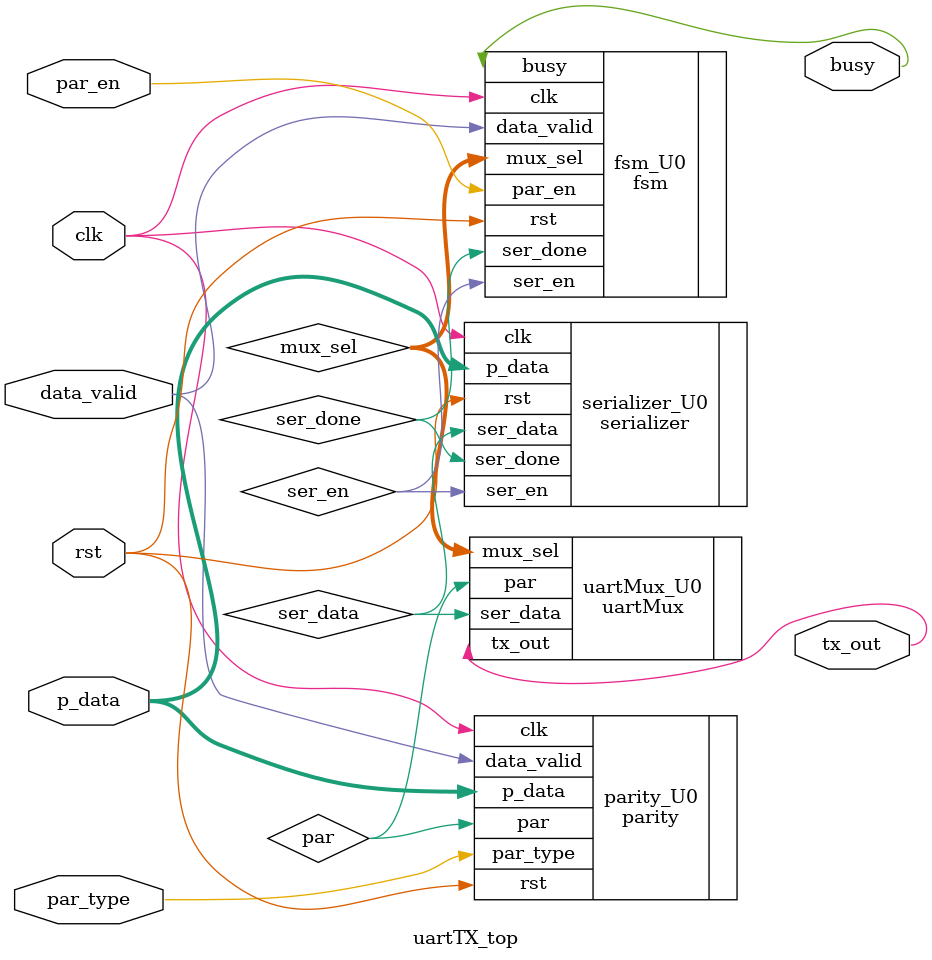
<source format=v>
module uartTX_top#(
parameter dataWidth = 8
)(
input 	wire [dataWidth-1:0]	p_data,
input 	wire			data_valid,
input 	wire			par_en,
input 	wire			par_type,
input	wire			clk,
input	wire			rst,
output 	wire			tx_out,
output	wire			busy
);

wire 		ser_en;
wire 		ser_data;
wire 		ser_done;
wire [2:0] 	mux_sel;
wire		par;

serializer #(
	.dataWidth(dataWidth)
)serializer_U0(
	.p_data(p_data),
	.ser_en(ser_en),
	.clk(clk),
	.rst(rst),
	.ser_data(ser_data),
	.ser_done(ser_done)
);

fsm fsm_U0(
	.data_valid(data_valid),
	.par_en(par_en),
	.ser_done(ser_done),
	.clk(clk),
	.rst(rst),
	.ser_en(ser_en),
	.mux_sel(mux_sel),
	.busy(busy)
);

parity #(
	.dataWidth(dataWidth)
)parity_U0(
	.p_data(p_data),
	.data_valid(data_valid),
	.par_type(par_type),
	.clk(clk),
	.rst(rst),
	.par(par)
);

uartMux #(
	.muxSelWidth($clog2(dataWidth))
)uartMux_U0(
	.mux_sel(mux_sel),
	.ser_data(ser_data),
	.par(par),
	.tx_out(tx_out)
);
endmodule 
</source>
